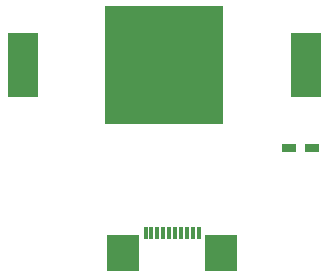
<source format=gts>
G04 #@! TF.GenerationSoftware,KiCad,Pcbnew,5.1.6*
G04 #@! TF.CreationDate,2020-07-17T21:44:09+02:00*
G04 #@! TF.ProjectId,Watch,57617463-682e-46b6-9963-61645f706362,rev?*
G04 #@! TF.SameCoordinates,Original*
G04 #@! TF.FileFunction,Soldermask,Top*
G04 #@! TF.FilePolarity,Negative*
%FSLAX46Y46*%
G04 Gerber Fmt 4.6, Leading zero omitted, Abs format (unit mm)*
G04 Created by KiCad (PCBNEW 5.1.6) date 2020-07-17 21:44:09*
%MOMM*%
%LPD*%
G01*
G04 APERTURE LIST*
%ADD10R,2.500000X5.500000*%
%ADD11R,10.000000X10.000000*%
%ADD12R,1.200000X0.750000*%
%ADD13R,0.300000X1.100000*%
%ADD14R,2.700000X3.100000*%
G04 APERTURE END LIST*
D10*
X149500000Y-96500000D03*
X125500000Y-96500000D03*
D11*
X137500000Y-96500000D03*
D12*
X149982000Y-103505000D03*
X148082000Y-103505000D03*
D13*
X135909000Y-110695000D03*
X136409000Y-110695000D03*
X136909000Y-110695000D03*
X137409000Y-110695000D03*
X137909000Y-110695000D03*
X138409000Y-110695000D03*
X138909000Y-110695000D03*
X139409000Y-110695000D03*
X139909000Y-110695000D03*
X140409000Y-110695000D03*
D14*
X134039000Y-112395000D03*
X142279000Y-112395000D03*
M02*

</source>
